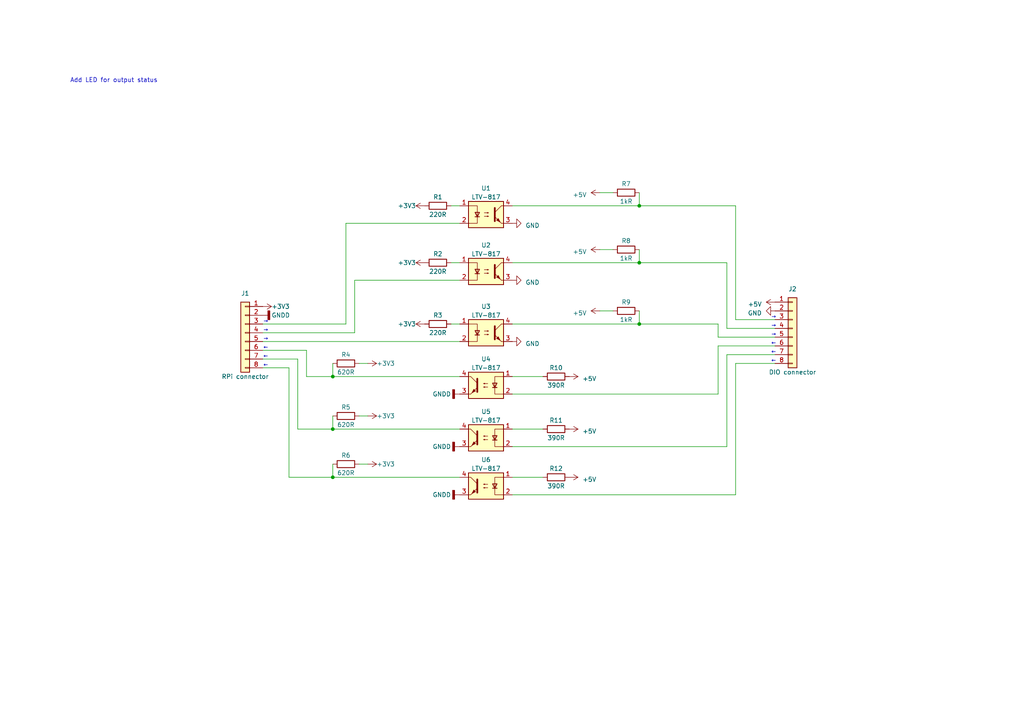
<source format=kicad_sch>
(kicad_sch (version 20230121) (generator eeschema)

  (uuid ec1c3e5d-e1be-4030-9db9-24b79e0e4dfe)

  (paper "A4")

  (lib_symbols
    (symbol "Connector_Generic:Conn_01x08" (pin_names (offset 1.016) hide) (in_bom yes) (on_board yes)
      (property "Reference" "J" (at 0 10.16 0)
        (effects (font (size 1.27 1.27)))
      )
      (property "Value" "Conn_01x08" (at 0 -12.7 0)
        (effects (font (size 1.27 1.27)))
      )
      (property "Footprint" "" (at 0 0 0)
        (effects (font (size 1.27 1.27)) hide)
      )
      (property "Datasheet" "~" (at 0 0 0)
        (effects (font (size 1.27 1.27)) hide)
      )
      (property "ki_keywords" "connector" (at 0 0 0)
        (effects (font (size 1.27 1.27)) hide)
      )
      (property "ki_description" "Generic connector, single row, 01x08, script generated (kicad-library-utils/schlib/autogen/connector/)" (at 0 0 0)
        (effects (font (size 1.27 1.27)) hide)
      )
      (property "ki_fp_filters" "Connector*:*_1x??_*" (at 0 0 0)
        (effects (font (size 1.27 1.27)) hide)
      )
      (symbol "Conn_01x08_1_1"
        (rectangle (start -1.27 -10.033) (end 0 -10.287)
          (stroke (width 0.1524) (type default))
          (fill (type none))
        )
        (rectangle (start -1.27 -7.493) (end 0 -7.747)
          (stroke (width 0.1524) (type default))
          (fill (type none))
        )
        (rectangle (start -1.27 -4.953) (end 0 -5.207)
          (stroke (width 0.1524) (type default))
          (fill (type none))
        )
        (rectangle (start -1.27 -2.413) (end 0 -2.667)
          (stroke (width 0.1524) (type default))
          (fill (type none))
        )
        (rectangle (start -1.27 0.127) (end 0 -0.127)
          (stroke (width 0.1524) (type default))
          (fill (type none))
        )
        (rectangle (start -1.27 2.667) (end 0 2.413)
          (stroke (width 0.1524) (type default))
          (fill (type none))
        )
        (rectangle (start -1.27 5.207) (end 0 4.953)
          (stroke (width 0.1524) (type default))
          (fill (type none))
        )
        (rectangle (start -1.27 7.747) (end 0 7.493)
          (stroke (width 0.1524) (type default))
          (fill (type none))
        )
        (rectangle (start -1.27 8.89) (end 1.27 -11.43)
          (stroke (width 0.254) (type default))
          (fill (type background))
        )
        (pin passive line (at -5.08 7.62 0) (length 3.81)
          (name "Pin_1" (effects (font (size 1.27 1.27))))
          (number "1" (effects (font (size 1.27 1.27))))
        )
        (pin passive line (at -5.08 5.08 0) (length 3.81)
          (name "Pin_2" (effects (font (size 1.27 1.27))))
          (number "2" (effects (font (size 1.27 1.27))))
        )
        (pin passive line (at -5.08 2.54 0) (length 3.81)
          (name "Pin_3" (effects (font (size 1.27 1.27))))
          (number "3" (effects (font (size 1.27 1.27))))
        )
        (pin passive line (at -5.08 0 0) (length 3.81)
          (name "Pin_4" (effects (font (size 1.27 1.27))))
          (number "4" (effects (font (size 1.27 1.27))))
        )
        (pin passive line (at -5.08 -2.54 0) (length 3.81)
          (name "Pin_5" (effects (font (size 1.27 1.27))))
          (number "5" (effects (font (size 1.27 1.27))))
        )
        (pin passive line (at -5.08 -5.08 0) (length 3.81)
          (name "Pin_6" (effects (font (size 1.27 1.27))))
          (number "6" (effects (font (size 1.27 1.27))))
        )
        (pin passive line (at -5.08 -7.62 0) (length 3.81)
          (name "Pin_7" (effects (font (size 1.27 1.27))))
          (number "7" (effects (font (size 1.27 1.27))))
        )
        (pin passive line (at -5.08 -10.16 0) (length 3.81)
          (name "Pin_8" (effects (font (size 1.27 1.27))))
          (number "8" (effects (font (size 1.27 1.27))))
        )
      )
    )
    (symbol "Device:R" (pin_numbers hide) (pin_names (offset 0)) (in_bom yes) (on_board yes)
      (property "Reference" "R" (at 2.032 0 90)
        (effects (font (size 1.27 1.27)))
      )
      (property "Value" "R" (at 0 0 90)
        (effects (font (size 1.27 1.27)))
      )
      (property "Footprint" "" (at -1.778 0 90)
        (effects (font (size 1.27 1.27)) hide)
      )
      (property "Datasheet" "~" (at 0 0 0)
        (effects (font (size 1.27 1.27)) hide)
      )
      (property "ki_keywords" "R res resistor" (at 0 0 0)
        (effects (font (size 1.27 1.27)) hide)
      )
      (property "ki_description" "Resistor" (at 0 0 0)
        (effects (font (size 1.27 1.27)) hide)
      )
      (property "ki_fp_filters" "R_*" (at 0 0 0)
        (effects (font (size 1.27 1.27)) hide)
      )
      (symbol "R_0_1"
        (rectangle (start -1.016 -2.54) (end 1.016 2.54)
          (stroke (width 0.254) (type default))
          (fill (type none))
        )
      )
      (symbol "R_1_1"
        (pin passive line (at 0 3.81 270) (length 1.27)
          (name "~" (effects (font (size 1.27 1.27))))
          (number "1" (effects (font (size 1.27 1.27))))
        )
        (pin passive line (at 0 -3.81 90) (length 1.27)
          (name "~" (effects (font (size 1.27 1.27))))
          (number "2" (effects (font (size 1.27 1.27))))
        )
      )
    )
    (symbol "Isolator:LTV-817" (pin_names (offset 1.016)) (in_bom yes) (on_board yes)
      (property "Reference" "U" (at -5.08 5.08 0)
        (effects (font (size 1.27 1.27)) (justify left))
      )
      (property "Value" "LTV-817" (at 0 5.08 0)
        (effects (font (size 1.27 1.27)) (justify left))
      )
      (property "Footprint" "Package_DIP:DIP-4_W7.62mm" (at -5.08 -5.08 0)
        (effects (font (size 1.27 1.27) italic) (justify left) hide)
      )
      (property "Datasheet" "http://www.us.liteon.com/downloads/LTV-817-827-847.PDF" (at 0 -2.54 0)
        (effects (font (size 1.27 1.27)) (justify left) hide)
      )
      (property "ki_keywords" "NPN DC Optocoupler" (at 0 0 0)
        (effects (font (size 1.27 1.27)) hide)
      )
      (property "ki_description" "DC Optocoupler, Vce 35V, CTR 50%, DIP-4" (at 0 0 0)
        (effects (font (size 1.27 1.27)) hide)
      )
      (property "ki_fp_filters" "DIP*W7.62mm*" (at 0 0 0)
        (effects (font (size 1.27 1.27)) hide)
      )
      (symbol "LTV-817_0_1"
        (rectangle (start -5.08 3.81) (end 5.08 -3.81)
          (stroke (width 0.254) (type default))
          (fill (type background))
        )
        (polyline
          (pts
            (xy -3.175 -0.635)
            (xy -1.905 -0.635)
          )
          (stroke (width 0.254) (type default))
          (fill (type none))
        )
        (polyline
          (pts
            (xy 2.54 0.635)
            (xy 4.445 2.54)
          )
          (stroke (width 0) (type default))
          (fill (type none))
        )
        (polyline
          (pts
            (xy 4.445 -2.54)
            (xy 2.54 -0.635)
          )
          (stroke (width 0) (type default))
          (fill (type outline))
        )
        (polyline
          (pts
            (xy 4.445 -2.54)
            (xy 5.08 -2.54)
          )
          (stroke (width 0) (type default))
          (fill (type none))
        )
        (polyline
          (pts
            (xy 4.445 2.54)
            (xy 5.08 2.54)
          )
          (stroke (width 0) (type default))
          (fill (type none))
        )
        (polyline
          (pts
            (xy -5.08 2.54)
            (xy -2.54 2.54)
            (xy -2.54 -0.762)
          )
          (stroke (width 0) (type default))
          (fill (type none))
        )
        (polyline
          (pts
            (xy -2.54 -0.635)
            (xy -2.54 -2.54)
            (xy -5.08 -2.54)
          )
          (stroke (width 0) (type default))
          (fill (type none))
        )
        (polyline
          (pts
            (xy 2.54 1.905)
            (xy 2.54 -1.905)
            (xy 2.54 -1.905)
          )
          (stroke (width 0.508) (type default))
          (fill (type none))
        )
        (polyline
          (pts
            (xy -2.54 -0.635)
            (xy -3.175 0.635)
            (xy -1.905 0.635)
            (xy -2.54 -0.635)
          )
          (stroke (width 0.254) (type default))
          (fill (type none))
        )
        (polyline
          (pts
            (xy -0.508 -0.508)
            (xy 0.762 -0.508)
            (xy 0.381 -0.635)
            (xy 0.381 -0.381)
            (xy 0.762 -0.508)
          )
          (stroke (width 0) (type default))
          (fill (type none))
        )
        (polyline
          (pts
            (xy -0.508 0.508)
            (xy 0.762 0.508)
            (xy 0.381 0.381)
            (xy 0.381 0.635)
            (xy 0.762 0.508)
          )
          (stroke (width 0) (type default))
          (fill (type none))
        )
        (polyline
          (pts
            (xy 3.048 -1.651)
            (xy 3.556 -1.143)
            (xy 4.064 -2.159)
            (xy 3.048 -1.651)
            (xy 3.048 -1.651)
          )
          (stroke (width 0) (type default))
          (fill (type outline))
        )
      )
      (symbol "LTV-817_1_1"
        (pin passive line (at -7.62 2.54 0) (length 2.54)
          (name "~" (effects (font (size 1.27 1.27))))
          (number "1" (effects (font (size 1.27 1.27))))
        )
        (pin passive line (at -7.62 -2.54 0) (length 2.54)
          (name "~" (effects (font (size 1.27 1.27))))
          (number "2" (effects (font (size 1.27 1.27))))
        )
        (pin passive line (at 7.62 -2.54 180) (length 2.54)
          (name "~" (effects (font (size 1.27 1.27))))
          (number "3" (effects (font (size 1.27 1.27))))
        )
        (pin passive line (at 7.62 2.54 180) (length 2.54)
          (name "~" (effects (font (size 1.27 1.27))))
          (number "4" (effects (font (size 1.27 1.27))))
        )
      )
    )
    (symbol "power:+3V3" (power) (pin_names (offset 0)) (in_bom yes) (on_board yes)
      (property "Reference" "#PWR" (at 0 -3.81 0)
        (effects (font (size 1.27 1.27)) hide)
      )
      (property "Value" "+3V3" (at 0 3.556 0)
        (effects (font (size 1.27 1.27)))
      )
      (property "Footprint" "" (at 0 0 0)
        (effects (font (size 1.27 1.27)) hide)
      )
      (property "Datasheet" "" (at 0 0 0)
        (effects (font (size 1.27 1.27)) hide)
      )
      (property "ki_keywords" "global power" (at 0 0 0)
        (effects (font (size 1.27 1.27)) hide)
      )
      (property "ki_description" "Power symbol creates a global label with name \"+3V3\"" (at 0 0 0)
        (effects (font (size 1.27 1.27)) hide)
      )
      (symbol "+3V3_0_1"
        (polyline
          (pts
            (xy -0.762 1.27)
            (xy 0 2.54)
          )
          (stroke (width 0) (type default))
          (fill (type none))
        )
        (polyline
          (pts
            (xy 0 0)
            (xy 0 2.54)
          )
          (stroke (width 0) (type default))
          (fill (type none))
        )
        (polyline
          (pts
            (xy 0 2.54)
            (xy 0.762 1.27)
          )
          (stroke (width 0) (type default))
          (fill (type none))
        )
      )
      (symbol "+3V3_1_1"
        (pin power_in line (at 0 0 90) (length 0) hide
          (name "+3V3" (effects (font (size 1.27 1.27))))
          (number "1" (effects (font (size 1.27 1.27))))
        )
      )
    )
    (symbol "power:+5V" (power) (pin_names (offset 0)) (in_bom yes) (on_board yes)
      (property "Reference" "#PWR" (at 0 -3.81 0)
        (effects (font (size 1.27 1.27)) hide)
      )
      (property "Value" "+5V" (at 0 3.556 0)
        (effects (font (size 1.27 1.27)))
      )
      (property "Footprint" "" (at 0 0 0)
        (effects (font (size 1.27 1.27)) hide)
      )
      (property "Datasheet" "" (at 0 0 0)
        (effects (font (size 1.27 1.27)) hide)
      )
      (property "ki_keywords" "global power" (at 0 0 0)
        (effects (font (size 1.27 1.27)) hide)
      )
      (property "ki_description" "Power symbol creates a global label with name \"+5V\"" (at 0 0 0)
        (effects (font (size 1.27 1.27)) hide)
      )
      (symbol "+5V_0_1"
        (polyline
          (pts
            (xy -0.762 1.27)
            (xy 0 2.54)
          )
          (stroke (width 0) (type default))
          (fill (type none))
        )
        (polyline
          (pts
            (xy 0 0)
            (xy 0 2.54)
          )
          (stroke (width 0) (type default))
          (fill (type none))
        )
        (polyline
          (pts
            (xy 0 2.54)
            (xy 0.762 1.27)
          )
          (stroke (width 0) (type default))
          (fill (type none))
        )
      )
      (symbol "+5V_1_1"
        (pin power_in line (at 0 0 90) (length 0) hide
          (name "+5V" (effects (font (size 1.27 1.27))))
          (number "1" (effects (font (size 1.27 1.27))))
        )
      )
    )
    (symbol "power:GND" (power) (pin_names (offset 0)) (in_bom yes) (on_board yes)
      (property "Reference" "#PWR" (at 0 -6.35 0)
        (effects (font (size 1.27 1.27)) hide)
      )
      (property "Value" "GND" (at 0 -3.81 0)
        (effects (font (size 1.27 1.27)))
      )
      (property "Footprint" "" (at 0 0 0)
        (effects (font (size 1.27 1.27)) hide)
      )
      (property "Datasheet" "" (at 0 0 0)
        (effects (font (size 1.27 1.27)) hide)
      )
      (property "ki_keywords" "global power" (at 0 0 0)
        (effects (font (size 1.27 1.27)) hide)
      )
      (property "ki_description" "Power symbol creates a global label with name \"GND\" , ground" (at 0 0 0)
        (effects (font (size 1.27 1.27)) hide)
      )
      (symbol "GND_0_1"
        (polyline
          (pts
            (xy 0 0)
            (xy 0 -1.27)
            (xy 1.27 -1.27)
            (xy 0 -2.54)
            (xy -1.27 -1.27)
            (xy 0 -1.27)
          )
          (stroke (width 0) (type default))
          (fill (type none))
        )
      )
      (symbol "GND_1_1"
        (pin power_in line (at 0 0 270) (length 0) hide
          (name "GND" (effects (font (size 1.27 1.27))))
          (number "1" (effects (font (size 1.27 1.27))))
        )
      )
    )
    (symbol "power:GNDD" (power) (pin_names (offset 0)) (in_bom yes) (on_board yes)
      (property "Reference" "#PWR" (at 0 -6.35 0)
        (effects (font (size 1.27 1.27)) hide)
      )
      (property "Value" "GNDD" (at 0 -3.175 0)
        (effects (font (size 1.27 1.27)))
      )
      (property "Footprint" "" (at 0 0 0)
        (effects (font (size 1.27 1.27)) hide)
      )
      (property "Datasheet" "" (at 0 0 0)
        (effects (font (size 1.27 1.27)) hide)
      )
      (property "ki_keywords" "global power" (at 0 0 0)
        (effects (font (size 1.27 1.27)) hide)
      )
      (property "ki_description" "Power symbol creates a global label with name \"GNDD\" , digital ground" (at 0 0 0)
        (effects (font (size 1.27 1.27)) hide)
      )
      (symbol "GNDD_0_1"
        (rectangle (start -1.27 -1.524) (end 1.27 -2.032)
          (stroke (width 0.254) (type default))
          (fill (type outline))
        )
        (polyline
          (pts
            (xy 0 0)
            (xy 0 -1.524)
          )
          (stroke (width 0) (type default))
          (fill (type none))
        )
      )
      (symbol "GNDD_1_1"
        (pin power_in line (at 0 0 270) (length 0) hide
          (name "GNDD" (effects (font (size 1.27 1.27))))
          (number "1" (effects (font (size 1.27 1.27))))
        )
      )
    )
  )

  (junction (at 185.42 59.69) (diameter 0) (color 0 0 0 0)
    (uuid 24dcd565-d5c4-4312-afa5-77efbf6cf816)
  )
  (junction (at 96.52 124.46) (diameter 0) (color 0 0 0 0)
    (uuid 77a7b746-f635-4a95-a515-b13f76194dda)
  )
  (junction (at 96.52 138.43) (diameter 0) (color 0 0 0 0)
    (uuid 89fab874-a3e9-4707-9a85-480645e48a56)
  )
  (junction (at 96.52 109.22) (diameter 0) (color 0 0 0 0)
    (uuid ae736756-de45-47d8-bf3d-6a1e7359b46d)
  )
  (junction (at 185.42 76.2) (diameter 0) (color 0 0 0 0)
    (uuid ca0188eb-bff4-48c3-9a48-1f0b8ef97da0)
  )
  (junction (at 185.42 93.98) (diameter 0) (color 0 0 0 0)
    (uuid d35e798c-e4f1-428a-8718-56a89d17ab87)
  )

  (wire (pts (xy 96.52 109.22) (xy 133.35 109.22))
    (stroke (width 0) (type default))
    (uuid 02d236c7-e773-42ee-88c9-6724198954cc)
  )
  (wire (pts (xy 148.59 124.46) (xy 157.48 124.46))
    (stroke (width 0) (type default))
    (uuid 0706a278-d5a9-4044-b943-605599a4808e)
  )
  (wire (pts (xy 83.82 106.68) (xy 83.82 138.43))
    (stroke (width 0) (type default))
    (uuid 0b071c99-5456-4c55-a5a2-f8e313ca9737)
  )
  (wire (pts (xy 173.99 90.17) (xy 177.8 90.17))
    (stroke (width 0) (type default))
    (uuid 141f5d96-f9a1-4d04-9fa0-aac7387006eb)
  )
  (wire (pts (xy 185.42 76.2) (xy 210.82 76.2))
    (stroke (width 0) (type default))
    (uuid 14b52ee3-095c-43d0-97c6-52f7065cbcf5)
  )
  (wire (pts (xy 88.9 109.22) (xy 96.52 109.22))
    (stroke (width 0) (type default))
    (uuid 154edcd1-566e-4324-aa36-0c63212d51f2)
  )
  (wire (pts (xy 104.14 134.62) (xy 106.68 134.62))
    (stroke (width 0) (type default))
    (uuid 1d336ea9-20e2-4b6d-98d7-af77e9af2e8b)
  )
  (wire (pts (xy 148.59 114.3) (xy 208.28 114.3))
    (stroke (width 0) (type default))
    (uuid 1fedfa12-7bf5-4e41-823b-3166f802842d)
  )
  (wire (pts (xy 100.33 93.98) (xy 100.33 64.77))
    (stroke (width 0) (type default))
    (uuid 2078b038-3c05-4c8b-90bf-18f9ea5a0475)
  )
  (wire (pts (xy 104.14 120.65) (xy 106.68 120.65))
    (stroke (width 0) (type default))
    (uuid 2b553d32-d1bf-4877-9310-45dbdab10aaf)
  )
  (wire (pts (xy 148.59 138.43) (xy 157.48 138.43))
    (stroke (width 0) (type default))
    (uuid 31893b16-1875-4d9f-894e-b62547fbd36c)
  )
  (wire (pts (xy 148.59 143.51) (xy 213.36 143.51))
    (stroke (width 0) (type default))
    (uuid 3604ba86-0fdd-4d3d-b598-64eb393c26b4)
  )
  (wire (pts (xy 104.14 105.41) (xy 106.68 105.41))
    (stroke (width 0) (type default))
    (uuid 36b3cbc7-9803-4b0b-b1de-8c0f4d5f2cda)
  )
  (wire (pts (xy 130.81 93.98) (xy 133.35 93.98))
    (stroke (width 0) (type default))
    (uuid 36c6b68c-3585-446d-ab18-f96d724bca11)
  )
  (wire (pts (xy 88.9 101.6) (xy 88.9 109.22))
    (stroke (width 0) (type default))
    (uuid 3704c344-e219-418c-8222-a525efba1fef)
  )
  (wire (pts (xy 130.81 59.69) (xy 133.35 59.69))
    (stroke (width 0) (type default))
    (uuid 3d667980-546f-487c-979b-ed2856908bdf)
  )
  (wire (pts (xy 185.42 72.39) (xy 185.42 76.2))
    (stroke (width 0) (type default))
    (uuid 41488e8b-fe89-4e92-8964-99f21c714916)
  )
  (wire (pts (xy 210.82 102.87) (xy 210.82 129.54))
    (stroke (width 0) (type default))
    (uuid 41c96259-491a-4cc3-bd6e-d7f711853bd1)
  )
  (wire (pts (xy 86.36 104.14) (xy 86.36 124.46))
    (stroke (width 0) (type default))
    (uuid 4b2334d7-ac6e-4a34-9f97-02f944a39698)
  )
  (wire (pts (xy 148.59 76.2) (xy 185.42 76.2))
    (stroke (width 0) (type default))
    (uuid 4bd746f1-1a6f-437f-814b-dc4fe391026a)
  )
  (wire (pts (xy 96.52 120.65) (xy 96.52 124.46))
    (stroke (width 0) (type default))
    (uuid 4c54f907-6274-4ed1-97be-92118d96fd48)
  )
  (wire (pts (xy 208.28 97.79) (xy 208.28 93.98))
    (stroke (width 0) (type default))
    (uuid 540bd750-a968-4176-ba16-9f7d62be4746)
  )
  (wire (pts (xy 210.82 95.25) (xy 224.79 95.25))
    (stroke (width 0) (type default))
    (uuid 5bca6640-eebe-469a-8927-a30a2b2cc1d6)
  )
  (wire (pts (xy 148.59 109.22) (xy 157.48 109.22))
    (stroke (width 0) (type default))
    (uuid 5cb8ff7a-fdfa-4e4d-9089-e9393b0be73c)
  )
  (wire (pts (xy 76.2 106.68) (xy 83.82 106.68))
    (stroke (width 0) (type default))
    (uuid 6298aeae-bc9b-448f-9059-4a8174d58929)
  )
  (wire (pts (xy 96.52 105.41) (xy 96.52 109.22))
    (stroke (width 0) (type default))
    (uuid 64ef8d09-c964-4a3d-93cf-0919385d24db)
  )
  (wire (pts (xy 83.82 138.43) (xy 96.52 138.43))
    (stroke (width 0) (type default))
    (uuid 6ba9dd04-2d94-403c-8410-67b9884c458a)
  )
  (wire (pts (xy 100.33 64.77) (xy 133.35 64.77))
    (stroke (width 0) (type default))
    (uuid 742d1eec-071b-4cd3-8514-37ab4d7c28b9)
  )
  (wire (pts (xy 208.28 100.33) (xy 208.28 114.3))
    (stroke (width 0) (type default))
    (uuid 74368303-8567-492f-8e99-50a4502b51b1)
  )
  (wire (pts (xy 173.99 55.88) (xy 177.8 55.88))
    (stroke (width 0) (type default))
    (uuid 787fd338-7ba7-4c70-b8cc-aaeefc65c8e6)
  )
  (wire (pts (xy 76.2 104.14) (xy 86.36 104.14))
    (stroke (width 0) (type default))
    (uuid 8630dfd9-6477-40da-891f-f5136db2b00b)
  )
  (wire (pts (xy 185.42 59.69) (xy 213.36 59.69))
    (stroke (width 0) (type default))
    (uuid 86ff5a69-e2ba-4075-a089-c19269d4b38d)
  )
  (wire (pts (xy 213.36 105.41) (xy 224.79 105.41))
    (stroke (width 0) (type default))
    (uuid 87a31c9d-1523-4aab-8ccb-9da9a93755eb)
  )
  (wire (pts (xy 213.36 105.41) (xy 213.36 143.51))
    (stroke (width 0) (type default))
    (uuid 89226d37-04b9-4256-8674-0ed92f80c624)
  )
  (wire (pts (xy 148.59 129.54) (xy 210.82 129.54))
    (stroke (width 0) (type default))
    (uuid 90b50e9e-88db-4cf1-aa60-a3d53484776b)
  )
  (wire (pts (xy 76.2 93.98) (xy 100.33 93.98))
    (stroke (width 0) (type default))
    (uuid 91ee449b-46bb-41b8-a6ac-09cde6aef399)
  )
  (wire (pts (xy 102.87 96.52) (xy 76.2 96.52))
    (stroke (width 0) (type default))
    (uuid 933a6e4e-5ac4-402f-a6c5-a4b067521b82)
  )
  (wire (pts (xy 96.52 124.46) (xy 133.35 124.46))
    (stroke (width 0) (type default))
    (uuid 986668c9-0623-45d1-8da8-08d242c9e468)
  )
  (wire (pts (xy 148.59 93.98) (xy 185.42 93.98))
    (stroke (width 0) (type default))
    (uuid a713705c-3a0e-4220-8f09-e9b5eb35dc5c)
  )
  (wire (pts (xy 210.82 76.2) (xy 210.82 95.25))
    (stroke (width 0) (type default))
    (uuid a9b36eed-4f91-4bde-8731-4900b0dad349)
  )
  (wire (pts (xy 185.42 93.98) (xy 208.28 93.98))
    (stroke (width 0) (type default))
    (uuid afadd347-b6e2-48ff-a076-fd9d06482465)
  )
  (wire (pts (xy 96.52 134.62) (xy 96.52 138.43))
    (stroke (width 0) (type default))
    (uuid b0d9d4ad-e0b0-4731-8b3f-b84774193760)
  )
  (wire (pts (xy 76.2 101.6) (xy 88.9 101.6))
    (stroke (width 0) (type default))
    (uuid b1740613-a7b5-487b-a4b4-1fc0c1d92579)
  )
  (wire (pts (xy 133.35 81.28) (xy 102.87 81.28))
    (stroke (width 0) (type default))
    (uuid b860ee89-b384-4f4c-9243-1a5f6e89ae5c)
  )
  (wire (pts (xy 76.2 99.06) (xy 133.35 99.06))
    (stroke (width 0) (type default))
    (uuid c94307a3-6795-4f8e-9490-d89e2bbe3510)
  )
  (wire (pts (xy 224.79 100.33) (xy 208.28 100.33))
    (stroke (width 0) (type default))
    (uuid cb5d23c0-050d-49d0-b4f2-39a85ae7491d)
  )
  (wire (pts (xy 86.36 124.46) (xy 96.52 124.46))
    (stroke (width 0) (type default))
    (uuid cdbdac2c-bd75-439f-ae16-ccea9a4f069b)
  )
  (wire (pts (xy 213.36 59.69) (xy 213.36 92.71))
    (stroke (width 0) (type default))
    (uuid d0a9b762-aebe-4502-8237-502bef90f9c7)
  )
  (wire (pts (xy 102.87 81.28) (xy 102.87 96.52))
    (stroke (width 0) (type default))
    (uuid dc6a1e2e-47ed-446f-b754-fa973f164e93)
  )
  (wire (pts (xy 208.28 97.79) (xy 224.79 97.79))
    (stroke (width 0) (type default))
    (uuid ddc37766-bba0-45a2-9338-a6e90542dab7)
  )
  (wire (pts (xy 185.42 90.17) (xy 185.42 93.98))
    (stroke (width 0) (type default))
    (uuid e0b9a2e2-fb32-454c-8310-ad8445421b71)
  )
  (wire (pts (xy 224.79 102.87) (xy 210.82 102.87))
    (stroke (width 0) (type default))
    (uuid e4a700de-eb35-4f0b-b851-026ccff47475)
  )
  (wire (pts (xy 96.52 138.43) (xy 133.35 138.43))
    (stroke (width 0) (type default))
    (uuid eda4ec62-1cc1-4521-8acc-ce897101f14f)
  )
  (wire (pts (xy 185.42 55.88) (xy 185.42 59.69))
    (stroke (width 0) (type default))
    (uuid ef52b87d-21d6-44b9-b071-7995d50633f5)
  )
  (wire (pts (xy 130.81 76.2) (xy 133.35 76.2))
    (stroke (width 0) (type default))
    (uuid f34cdbd3-2772-4a39-ac36-de10a080e4bc)
  )
  (wire (pts (xy 173.99 72.39) (xy 177.8 72.39))
    (stroke (width 0) (type default))
    (uuid f6b16da8-078f-43ee-bdcc-d0f873602369)
  )
  (wire (pts (xy 213.36 92.71) (xy 224.79 92.71))
    (stroke (width 0) (type default))
    (uuid fd98fdfd-650d-454d-8943-d8447aa376f1)
  )
  (wire (pts (xy 148.59 59.69) (xy 185.42 59.69))
    (stroke (width 0) (type default))
    (uuid ff839681-4007-4e36-8102-a822a48b6083)
  )

  (text "←" (at 223.52 100.33 0)
    (effects (font (size 1.27 1.27)) (justify left bottom))
    (uuid 2582a153-9d84-4b0c-b960-3b718b04832d)
  )
  (text "Add LED for output status" (at 20.32 24.13 0)
    (effects (font (size 1.27 1.27)) (justify left bottom))
    (uuid 2df26a46-3db7-4564-8bf3-f165a5a49cdc)
  )
  (text "←" (at 223.52 105.41 0)
    (effects (font (size 1.27 1.27)) (justify left bottom))
    (uuid 49ed3a1e-8980-419d-9503-97d4a7985736)
  )
  (text "→" (at 76.2 99.06 0)
    (effects (font (size 1.27 1.27)) (justify left bottom))
    (uuid 6b2a1f91-81b8-47a7-9615-3348045c596b)
  )
  (text "←" (at 76.2 101.6 0)
    (effects (font (size 1.27 1.27)) (justify left bottom))
    (uuid 785de55d-e072-4b3a-a100-268bf0a2b26a)
  )
  (text "→" (at 223.52 95.25 0)
    (effects (font (size 1.27 1.27)) (justify left bottom))
    (uuid 78f3b502-a427-4255-9f36-741dde7486a0)
  )
  (text "←" (at 223.52 102.87 0)
    (effects (font (size 1.27 1.27)) (justify left bottom))
    (uuid 993d3e30-1e19-4e52-9209-46b57f7e9827)
  )
  (text "→" (at 223.52 97.79 0)
    (effects (font (size 1.27 1.27)) (justify left bottom))
    (uuid a0ee0c40-8a14-4c26-b5d5-3c925e5fed33)
  )
  (text "→" (at 76.2 93.98 0)
    (effects (font (size 1.27 1.27)) (justify left bottom))
    (uuid a1dbcdc3-f344-4ec8-bfed-c5dde4b0ee6e)
  )
  (text "←" (at 76.2 106.68 0)
    (effects (font (size 1.27 1.27)) (justify left bottom))
    (uuid b98da073-2f75-4dba-8bda-05cf972433ab)
  )
  (text "→" (at 223.52 92.71 0)
    (effects (font (size 1.27 1.27)) (justify left bottom))
    (uuid bee13024-73e1-4813-a476-41536f6a30ae)
  )
  (text "→" (at 76.2 96.52 0)
    (effects (font (size 1.27 1.27)) (justify left bottom))
    (uuid c80ece19-92b5-4573-b44f-38577de7e78c)
  )
  (text "←" (at 76.2 104.14 0)
    (effects (font (size 1.27 1.27)) (justify left bottom))
    (uuid f27c606e-ec0d-49c5-9140-039261e8ceae)
  )

  (symbol (lib_id "power:GND") (at 148.59 81.28 90) (unit 1)
    (in_bom yes) (on_board yes) (dnp no) (fields_autoplaced)
    (uuid 013abe45-8bfd-4d28-ab70-08c095cc789b)
    (property "Reference" "#PWR012" (at 154.94 81.28 0)
      (effects (font (size 1.27 1.27)) hide)
    )
    (property "Value" "GND" (at 152.4 81.915 90)
      (effects (font (size 1.27 1.27)) (justify right))
    )
    (property "Footprint" "" (at 148.59 81.28 0)
      (effects (font (size 1.27 1.27)) hide)
    )
    (property "Datasheet" "" (at 148.59 81.28 0)
      (effects (font (size 1.27 1.27)) hide)
    )
    (pin "1" (uuid afcaf0b3-8ee6-4b1a-9f38-b23634f38d03))
    (instances
      (project "level_shifter"
        (path "/6fddfeea-b9e6-409f-abf1-28266caabd5a"
          (reference "#PWR012") (unit 1)
        )
        (path "/6fddfeea-b9e6-409f-abf1-28266caabd5a/06d5c87a-e601-4a3d-a52d-aef8a8b00da1"
          (reference "#PWR035") (unit 1)
        )
        (path "/6fddfeea-b9e6-409f-abf1-28266caabd5a/ee39cc70-cd5e-44e9-a66a-eac2ae8aca2e"
          (reference "#PWR057") (unit 1)
        )
      )
    )
  )

  (symbol (lib_id "power:GNDD") (at 76.2 91.44 90) (unit 1)
    (in_bom yes) (on_board yes) (dnp no)
    (uuid 1ed4485c-4db2-46f4-ba5a-8fadb554b0ff)
    (property "Reference" "#PWR02" (at 82.55 91.44 0)
      (effects (font (size 1.27 1.27)) hide)
    )
    (property "Value" "GNDD" (at 78.74 91.44 90)
      (effects (font (size 1.27 1.27)) (justify right))
    )
    (property "Footprint" "" (at 76.2 91.44 0)
      (effects (font (size 1.27 1.27)) hide)
    )
    (property "Datasheet" "" (at 76.2 91.44 0)
      (effects (font (size 1.27 1.27)) hide)
    )
    (pin "1" (uuid 4541836f-e436-4cdd-bdb3-6c8782aed2c6))
    (instances
      (project "level_shifter"
        (path "/6fddfeea-b9e6-409f-abf1-28266caabd5a"
          (reference "#PWR02") (unit 1)
        )
        (path "/6fddfeea-b9e6-409f-abf1-28266caabd5a/06d5c87a-e601-4a3d-a52d-aef8a8b00da1"
          (reference "#PWR024") (unit 1)
        )
        (path "/6fddfeea-b9e6-409f-abf1-28266caabd5a/ee39cc70-cd5e-44e9-a66a-eac2ae8aca2e"
          (reference "#PWR046") (unit 1)
        )
      )
    )
  )

  (symbol (lib_id "power:+3V3") (at 123.19 59.69 90) (unit 1)
    (in_bom yes) (on_board yes) (dnp no)
    (uuid 1f8ff0a4-09ff-4f78-9179-c79f7eb0b539)
    (property "Reference" "#PWR01" (at 127 59.69 0)
      (effects (font (size 1.27 1.27)) hide)
    )
    (property "Value" "+3V3" (at 120.65 59.69 90)
      (effects (font (size 1.27 1.27)) (justify left))
    )
    (property "Footprint" "" (at 123.19 59.69 0)
      (effects (font (size 1.27 1.27)) hide)
    )
    (property "Datasheet" "" (at 123.19 59.69 0)
      (effects (font (size 1.27 1.27)) hide)
    )
    (pin "1" (uuid af55ef11-fd78-472b-8c9a-4b4c624b38b3))
    (instances
      (project "level_shifter"
        (path "/6fddfeea-b9e6-409f-abf1-28266caabd5a"
          (reference "#PWR01") (unit 1)
        )
        (path "/6fddfeea-b9e6-409f-abf1-28266caabd5a/06d5c87a-e601-4a3d-a52d-aef8a8b00da1"
          (reference "#PWR030") (unit 1)
        )
        (path "/6fddfeea-b9e6-409f-abf1-28266caabd5a/ee39cc70-cd5e-44e9-a66a-eac2ae8aca2e"
          (reference "#PWR050") (unit 1)
        )
      )
    )
  )

  (symbol (lib_id "power:+5V") (at 165.1 138.43 270) (unit 1)
    (in_bom yes) (on_board yes) (dnp no) (fields_autoplaced)
    (uuid 27df3bc8-288a-4617-9a27-b7056a78894e)
    (property "Reference" "#PWR022" (at 161.29 138.43 0)
      (effects (font (size 1.27 1.27)) hide)
    )
    (property "Value" "+5V" (at 168.91 139.065 90)
      (effects (font (size 1.27 1.27)) (justify left))
    )
    (property "Footprint" "" (at 165.1 138.43 0)
      (effects (font (size 1.27 1.27)) hide)
    )
    (property "Datasheet" "" (at 165.1 138.43 0)
      (effects (font (size 1.27 1.27)) hide)
    )
    (pin "1" (uuid 18378115-5169-49aa-8497-40652987e4c3))
    (instances
      (project "level_shifter"
        (path "/6fddfeea-b9e6-409f-abf1-28266caabd5a"
          (reference "#PWR022") (unit 1)
        )
        (path "/6fddfeea-b9e6-409f-abf1-28266caabd5a/06d5c87a-e601-4a3d-a52d-aef8a8b00da1"
          (reference "#PWR039") (unit 1)
        )
        (path "/6fddfeea-b9e6-409f-abf1-28266caabd5a/ee39cc70-cd5e-44e9-a66a-eac2ae8aca2e"
          (reference "#PWR061") (unit 1)
        )
      )
    )
  )

  (symbol (lib_id "Device:R") (at 127 59.69 90) (unit 1)
    (in_bom yes) (on_board yes) (dnp no)
    (uuid 3277437d-b2c0-4276-972c-85d06b118075)
    (property "Reference" "R1" (at 127 57.15 90)
      (effects (font (size 1.27 1.27)))
    )
    (property "Value" "220R" (at 127 62.23 90)
      (effects (font (size 1.27 1.27)))
    )
    (property "Footprint" "Resistor_THT:R_Axial_DIN0207_L6.3mm_D2.5mm_P10.16mm_Horizontal" (at 127 61.468 90)
      (effects (font (size 1.27 1.27)) hide)
    )
    (property "Datasheet" "~" (at 127 59.69 0)
      (effects (font (size 1.27 1.27)) hide)
    )
    (pin "1" (uuid 14916b6d-5aee-450e-8470-85eac366d6a6))
    (pin "2" (uuid 120d95d2-2c03-4146-b5b0-3c7ab1896594))
    (instances
      (project "level_shifter"
        (path "/6fddfeea-b9e6-409f-abf1-28266caabd5a"
          (reference "R1") (unit 1)
        )
        (path "/6fddfeea-b9e6-409f-abf1-28266caabd5a/06d5c87a-e601-4a3d-a52d-aef8a8b00da1"
          (reference "R16") (unit 1)
        )
        (path "/6fddfeea-b9e6-409f-abf1-28266caabd5a/ee39cc70-cd5e-44e9-a66a-eac2ae8aca2e"
          (reference "R28") (unit 1)
        )
      )
    )
  )

  (symbol (lib_id "power:+5V") (at 165.1 109.22 270) (unit 1)
    (in_bom yes) (on_board yes) (dnp no) (fields_autoplaced)
    (uuid 377cfb46-f0bd-4be7-af4f-cb0764416b80)
    (property "Reference" "#PWR022" (at 161.29 109.22 0)
      (effects (font (size 1.27 1.27)) hide)
    )
    (property "Value" "+5V" (at 168.91 109.855 90)
      (effects (font (size 1.27 1.27)) (justify left))
    )
    (property "Footprint" "" (at 165.1 109.22 0)
      (effects (font (size 1.27 1.27)) hide)
    )
    (property "Datasheet" "" (at 165.1 109.22 0)
      (effects (font (size 1.27 1.27)) hide)
    )
    (pin "1" (uuid a4e5f91d-ab05-4963-8285-1aeadd3e04bd))
    (instances
      (project "level_shifter"
        (path "/6fddfeea-b9e6-409f-abf1-28266caabd5a"
          (reference "#PWR022") (unit 1)
        )
        (path "/6fddfeea-b9e6-409f-abf1-28266caabd5a/06d5c87a-e601-4a3d-a52d-aef8a8b00da1"
          (reference "#PWR037") (unit 1)
        )
        (path "/6fddfeea-b9e6-409f-abf1-28266caabd5a/ee39cc70-cd5e-44e9-a66a-eac2ae8aca2e"
          (reference "#PWR059") (unit 1)
        )
      )
    )
  )

  (symbol (lib_id "Device:R") (at 100.33 134.62 90) (unit 1)
    (in_bom yes) (on_board yes) (dnp no)
    (uuid 3aad051a-a5af-4ef5-be79-3903e7ab4f63)
    (property "Reference" "R6" (at 100.33 132.08 90)
      (effects (font (size 1.27 1.27)))
    )
    (property "Value" "620R" (at 100.33 137.16 90)
      (effects (font (size 1.27 1.27)))
    )
    (property "Footprint" "Resistor_THT:R_Axial_DIN0207_L6.3mm_D2.5mm_P10.16mm_Horizontal" (at 100.33 136.398 90)
      (effects (font (size 1.27 1.27)) hide)
    )
    (property "Datasheet" "~" (at 100.33 134.62 0)
      (effects (font (size 1.27 1.27)) hide)
    )
    (pin "1" (uuid d0b2db49-dfe9-402d-acef-7f4d001b19bc))
    (pin "2" (uuid 50809b8a-0a3b-4a92-b1c4-7cf83e1aaff4))
    (instances
      (project "level_shifter"
        (path "/6fddfeea-b9e6-409f-abf1-28266caabd5a"
          (reference "R6") (unit 1)
        )
        (path "/6fddfeea-b9e6-409f-abf1-28266caabd5a/06d5c87a-e601-4a3d-a52d-aef8a8b00da1"
          (reference "R15") (unit 1)
        )
        (path "/6fddfeea-b9e6-409f-abf1-28266caabd5a/ee39cc70-cd5e-44e9-a66a-eac2ae8aca2e"
          (reference "R27") (unit 1)
        )
      )
    )
  )

  (symbol (lib_id "power:+5V") (at 173.99 72.39 90) (unit 1)
    (in_bom yes) (on_board yes) (dnp no) (fields_autoplaced)
    (uuid 3d257e39-42e7-44aa-9581-90e88a894bdf)
    (property "Reference" "#PWR021" (at 177.8 72.39 0)
      (effects (font (size 1.27 1.27)) hide)
    )
    (property "Value" "+5V" (at 170.18 73.025 90)
      (effects (font (size 1.27 1.27)) (justify left))
    )
    (property "Footprint" "" (at 173.99 72.39 0)
      (effects (font (size 1.27 1.27)) hide)
    )
    (property "Datasheet" "" (at 173.99 72.39 0)
      (effects (font (size 1.27 1.27)) hide)
    )
    (pin "1" (uuid eea7e065-59d2-42b7-aaed-7af54b645824))
    (instances
      (project "level_shifter"
        (path "/6fddfeea-b9e6-409f-abf1-28266caabd5a"
          (reference "#PWR021") (unit 1)
        )
        (path "/6fddfeea-b9e6-409f-abf1-28266caabd5a/06d5c87a-e601-4a3d-a52d-aef8a8b00da1"
          (reference "#PWR041") (unit 1)
        )
        (path "/6fddfeea-b9e6-409f-abf1-28266caabd5a/ee39cc70-cd5e-44e9-a66a-eac2ae8aca2e"
          (reference "#PWR063") (unit 1)
        )
      )
    )
  )

  (symbol (lib_id "Device:R") (at 161.29 138.43 90) (unit 1)
    (in_bom yes) (on_board yes) (dnp no)
    (uuid 405abaf8-351d-4622-86bc-23563cef9e7e)
    (property "Reference" "R12" (at 161.29 135.89 90)
      (effects (font (size 1.27 1.27)))
    )
    (property "Value" "390R" (at 161.29 140.97 90)
      (effects (font (size 1.27 1.27)))
    )
    (property "Footprint" "Resistor_THT:R_Axial_DIN0207_L6.3mm_D2.5mm_P10.16mm_Horizontal" (at 161.29 140.208 90)
      (effects (font (size 1.27 1.27)) hide)
    )
    (property "Datasheet" "~" (at 161.29 138.43 0)
      (effects (font (size 1.27 1.27)) hide)
    )
    (pin "1" (uuid 15f8012a-8815-4dbf-b4a3-62bde5357a4b))
    (pin "2" (uuid fa94cad5-b141-495e-9d5e-fa3a6541572e))
    (instances
      (project "level_shifter"
        (path "/6fddfeea-b9e6-409f-abf1-28266caabd5a"
          (reference "R12") (unit 1)
        )
        (path "/6fddfeea-b9e6-409f-abf1-28266caabd5a/06d5c87a-e601-4a3d-a52d-aef8a8b00da1"
          (reference "R21") (unit 1)
        )
        (path "/6fddfeea-b9e6-409f-abf1-28266caabd5a/ee39cc70-cd5e-44e9-a66a-eac2ae8aca2e"
          (reference "R33") (unit 1)
        )
      )
    )
  )

  (symbol (lib_id "power:GND") (at 224.79 90.17 270) (unit 1)
    (in_bom yes) (on_board yes) (dnp no) (fields_autoplaced)
    (uuid 4269be42-aed5-461a-9620-e97aa4df6a54)
    (property "Reference" "#PWR010" (at 218.44 90.17 0)
      (effects (font (size 1.27 1.27)) hide)
    )
    (property "Value" "GND" (at 220.98 90.805 90)
      (effects (font (size 1.27 1.27)) (justify right))
    )
    (property "Footprint" "" (at 224.79 90.17 0)
      (effects (font (size 1.27 1.27)) hide)
    )
    (property "Datasheet" "" (at 224.79 90.17 0)
      (effects (font (size 1.27 1.27)) hide)
    )
    (pin "1" (uuid ed484905-c710-4ba3-ab7e-5498e224bc9f))
    (instances
      (project "level_shifter"
        (path "/6fddfeea-b9e6-409f-abf1-28266caabd5a"
          (reference "#PWR010") (unit 1)
        )
        (path "/6fddfeea-b9e6-409f-abf1-28266caabd5a/06d5c87a-e601-4a3d-a52d-aef8a8b00da1"
          (reference "#PWR044") (unit 1)
        )
        (path "/6fddfeea-b9e6-409f-abf1-28266caabd5a/ee39cc70-cd5e-44e9-a66a-eac2ae8aca2e"
          (reference "#PWR066") (unit 1)
        )
      )
    )
  )

  (symbol (lib_id "power:+5V") (at 173.99 90.17 90) (unit 1)
    (in_bom yes) (on_board yes) (dnp no) (fields_autoplaced)
    (uuid 44f39ddd-6a01-4ab0-b7b8-cd7b8d7fe4fb)
    (property "Reference" "#PWR022" (at 177.8 90.17 0)
      (effects (font (size 1.27 1.27)) hide)
    )
    (property "Value" "+5V" (at 170.18 90.805 90)
      (effects (font (size 1.27 1.27)) (justify left))
    )
    (property "Footprint" "" (at 173.99 90.17 0)
      (effects (font (size 1.27 1.27)) hide)
    )
    (property "Datasheet" "" (at 173.99 90.17 0)
      (effects (font (size 1.27 1.27)) hide)
    )
    (pin "1" (uuid 29a3e4eb-cf0e-40cc-8d5e-faadb5fc8844))
    (instances
      (project "level_shifter"
        (path "/6fddfeea-b9e6-409f-abf1-28266caabd5a"
          (reference "#PWR022") (unit 1)
        )
        (path "/6fddfeea-b9e6-409f-abf1-28266caabd5a/06d5c87a-e601-4a3d-a52d-aef8a8b00da1"
          (reference "#PWR042") (unit 1)
        )
        (path "/6fddfeea-b9e6-409f-abf1-28266caabd5a/ee39cc70-cd5e-44e9-a66a-eac2ae8aca2e"
          (reference "#PWR064") (unit 1)
        )
      )
    )
  )

  (symbol (lib_id "power:GNDD") (at 133.35 143.51 270) (unit 1)
    (in_bom yes) (on_board yes) (dnp no)
    (uuid 489d3ad8-0cbb-4957-8718-e0db544efd4d)
    (property "Reference" "#PWR08" (at 127 143.51 0)
      (effects (font (size 1.27 1.27)) hide)
    )
    (property "Value" "GNDD" (at 130.81 143.51 90)
      (effects (font (size 1.27 1.27)) (justify right))
    )
    (property "Footprint" "" (at 133.35 143.51 0)
      (effects (font (size 1.27 1.27)) hide)
    )
    (property "Datasheet" "" (at 133.35 143.51 0)
      (effects (font (size 1.27 1.27)) hide)
    )
    (pin "1" (uuid 23dc63d0-ff7d-422f-bf9a-1901c536e7b2))
    (instances
      (project "level_shifter"
        (path "/6fddfeea-b9e6-409f-abf1-28266caabd5a"
          (reference "#PWR08") (unit 1)
        )
        (path "/6fddfeea-b9e6-409f-abf1-28266caabd5a/06d5c87a-e601-4a3d-a52d-aef8a8b00da1"
          (reference "#PWR033") (unit 1)
        )
        (path "/6fddfeea-b9e6-409f-abf1-28266caabd5a/ee39cc70-cd5e-44e9-a66a-eac2ae8aca2e"
          (reference "#PWR055") (unit 1)
        )
      )
    )
  )

  (symbol (lib_id "Device:R") (at 181.61 72.39 90) (unit 1)
    (in_bom yes) (on_board yes) (dnp no)
    (uuid 55eb597c-a408-4581-ba30-19b51f99e69c)
    (property "Reference" "R8" (at 181.61 69.85 90)
      (effects (font (size 1.27 1.27)))
    )
    (property "Value" "1kR" (at 181.61 74.93 90)
      (effects (font (size 1.27 1.27)))
    )
    (property "Footprint" "Resistor_THT:R_Axial_DIN0207_L6.3mm_D2.5mm_P10.16mm_Horizontal" (at 181.61 74.168 90)
      (effects (font (size 1.27 1.27)) hide)
    )
    (property "Datasheet" "~" (at 181.61 72.39 0)
      (effects (font (size 1.27 1.27)) hide)
    )
    (pin "1" (uuid a2b490b7-6560-40e4-b5c8-52943f771330))
    (pin "2" (uuid 9ee2146e-6aa0-47b2-bb06-50e43f4c74b3))
    (instances
      (project "level_shifter"
        (path "/6fddfeea-b9e6-409f-abf1-28266caabd5a"
          (reference "R8") (unit 1)
        )
        (path "/6fddfeea-b9e6-409f-abf1-28266caabd5a/06d5c87a-e601-4a3d-a52d-aef8a8b00da1"
          (reference "R23") (unit 1)
        )
        (path "/6fddfeea-b9e6-409f-abf1-28266caabd5a/ee39cc70-cd5e-44e9-a66a-eac2ae8aca2e"
          (reference "R35") (unit 1)
        )
      )
    )
  )

  (symbol (lib_id "Device:R") (at 181.61 55.88 90) (unit 1)
    (in_bom yes) (on_board yes) (dnp no)
    (uuid 5968f126-4cff-4176-b43e-6892e70a8a81)
    (property "Reference" "R7" (at 181.61 53.34 90)
      (effects (font (size 1.27 1.27)))
    )
    (property "Value" "1kR" (at 181.61 58.42 90)
      (effects (font (size 1.27 1.27)))
    )
    (property "Footprint" "Resistor_THT:R_Axial_DIN0207_L6.3mm_D2.5mm_P10.16mm_Horizontal" (at 181.61 57.658 90)
      (effects (font (size 1.27 1.27)) hide)
    )
    (property "Datasheet" "~" (at 181.61 55.88 0)
      (effects (font (size 1.27 1.27)) hide)
    )
    (pin "1" (uuid 7c274b3b-d9f5-4df5-99ae-03f0cd234b14))
    (pin "2" (uuid 02a0d8c3-fdf4-44cd-9f8d-7f92ef81e36c))
    (instances
      (project "level_shifter"
        (path "/6fddfeea-b9e6-409f-abf1-28266caabd5a"
          (reference "R7") (unit 1)
        )
        (path "/6fddfeea-b9e6-409f-abf1-28266caabd5a/06d5c87a-e601-4a3d-a52d-aef8a8b00da1"
          (reference "R22") (unit 1)
        )
        (path "/6fddfeea-b9e6-409f-abf1-28266caabd5a/ee39cc70-cd5e-44e9-a66a-eac2ae8aca2e"
          (reference "R34") (unit 1)
        )
      )
    )
  )

  (symbol (lib_id "Device:R") (at 127 93.98 90) (unit 1)
    (in_bom yes) (on_board yes) (dnp no)
    (uuid 59cec82b-edc6-4730-861e-734b59035895)
    (property "Reference" "R3" (at 127 91.44 90)
      (effects (font (size 1.27 1.27)))
    )
    (property "Value" "220R" (at 127 96.52 90)
      (effects (font (size 1.27 1.27)))
    )
    (property "Footprint" "Resistor_THT:R_Axial_DIN0207_L6.3mm_D2.5mm_P10.16mm_Horizontal" (at 127 95.758 90)
      (effects (font (size 1.27 1.27)) hide)
    )
    (property "Datasheet" "~" (at 127 93.98 0)
      (effects (font (size 1.27 1.27)) hide)
    )
    (pin "1" (uuid 933795dc-0ea0-41e7-b3b0-f3f97090f2e1))
    (pin "2" (uuid 67880191-c789-4430-aee9-c8287e2d77f0))
    (instances
      (project "level_shifter"
        (path "/6fddfeea-b9e6-409f-abf1-28266caabd5a"
          (reference "R3") (unit 1)
        )
        (path "/6fddfeea-b9e6-409f-abf1-28266caabd5a/06d5c87a-e601-4a3d-a52d-aef8a8b00da1"
          (reference "R18") (unit 1)
        )
        (path "/6fddfeea-b9e6-409f-abf1-28266caabd5a/ee39cc70-cd5e-44e9-a66a-eac2ae8aca2e"
          (reference "R30") (unit 1)
        )
      )
    )
  )

  (symbol (lib_id "Isolator:LTV-817") (at 140.97 78.74 0) (unit 1)
    (in_bom yes) (on_board yes) (dnp no) (fields_autoplaced)
    (uuid 59d9d3fe-6018-49d3-821e-58567a6bef8d)
    (property "Reference" "U2" (at 140.97 71.12 0)
      (effects (font (size 1.27 1.27)))
    )
    (property "Value" "LTV-817" (at 140.97 73.66 0)
      (effects (font (size 1.27 1.27)))
    )
    (property "Footprint" "Package_DIP:DIP-4_W7.62mm" (at 135.89 83.82 0)
      (effects (font (size 1.27 1.27) italic) (justify left) hide)
    )
    (property "Datasheet" "http://www.us.liteon.com/downloads/LTV-817-827-847.PDF" (at 140.97 81.28 0)
      (effects (font (size 1.27 1.27)) (justify left) hide)
    )
    (pin "1" (uuid 763698ea-5fcf-481c-9d6e-06cb676f5d0b))
    (pin "2" (uuid be76a122-be3c-485d-b2ba-c400451a7668))
    (pin "3" (uuid f4ca226e-481c-4871-9729-4c6acd5c75ab))
    (pin "4" (uuid 195e7604-2312-480d-849b-5acb1001d5da))
    (instances
      (project "level_shifter"
        (path "/6fddfeea-b9e6-409f-abf1-28266caabd5a"
          (reference "U2") (unit 1)
        )
        (path "/6fddfeea-b9e6-409f-abf1-28266caabd5a/06d5c87a-e601-4a3d-a52d-aef8a8b00da1"
          (reference "U8") (unit 1)
        )
        (path "/6fddfeea-b9e6-409f-abf1-28266caabd5a/ee39cc70-cd5e-44e9-a66a-eac2ae8aca2e"
          (reference "U14") (unit 1)
        )
      )
    )
  )

  (symbol (lib_id "Isolator:LTV-817") (at 140.97 140.97 0) (mirror y) (unit 1)
    (in_bom yes) (on_board yes) (dnp no)
    (uuid 5cb22b5a-aae4-42fe-845f-732347a07ff3)
    (property "Reference" "U6" (at 140.97 133.35 0)
      (effects (font (size 1.27 1.27)))
    )
    (property "Value" "LTV-817" (at 140.97 135.89 0)
      (effects (font (size 1.27 1.27)))
    )
    (property "Footprint" "Package_DIP:DIP-4_W7.62mm" (at 146.05 146.05 0)
      (effects (font (size 1.27 1.27) italic) (justify left) hide)
    )
    (property "Datasheet" "http://www.us.liteon.com/downloads/LTV-817-827-847.PDF" (at 140.97 143.51 0)
      (effects (font (size 1.27 1.27)) (justify left) hide)
    )
    (pin "1" (uuid bfb7f680-1bf9-4786-9225-c635ec4dce72))
    (pin "2" (uuid 4ba0c1a1-9765-4479-9227-16d54f33c57c))
    (pin "3" (uuid 2d20e3af-4117-4b28-a12d-7b43713ebf53))
    (pin "4" (uuid 4a66889c-15ae-4721-962f-b3a26db9d667))
    (instances
      (project "level_shifter"
        (path "/6fddfeea-b9e6-409f-abf1-28266caabd5a"
          (reference "U6") (unit 1)
        )
        (path "/6fddfeea-b9e6-409f-abf1-28266caabd5a/06d5c87a-e601-4a3d-a52d-aef8a8b00da1"
          (reference "U12") (unit 1)
        )
        (path "/6fddfeea-b9e6-409f-abf1-28266caabd5a/ee39cc70-cd5e-44e9-a66a-eac2ae8aca2e"
          (reference "U18") (unit 1)
        )
      )
    )
  )

  (symbol (lib_id "Connector_Generic:Conn_01x08") (at 71.12 96.52 0) (mirror y) (unit 1)
    (in_bom yes) (on_board yes) (dnp no)
    (uuid 66ffba8a-a26c-4481-8e09-9f69c340c612)
    (property "Reference" "J1" (at 71.12 85.09 0)
      (effects (font (size 1.27 1.27)))
    )
    (property "Value" "RPi connector" (at 71.12 109.22 0)
      (effects (font (size 1.27 1.27)))
    )
    (property "Footprint" "" (at 71.12 96.52 0)
      (effects (font (size 1.27 1.27)) hide)
    )
    (property "Datasheet" "~" (at 71.12 96.52 0)
      (effects (font (size 1.27 1.27)) hide)
    )
    (pin "1" (uuid e03151ba-1104-4073-a731-3aef006e7d83))
    (pin "2" (uuid c6d41ea6-4bae-4e51-be68-7b12618ffaf3))
    (pin "3" (uuid 085ec132-9fbd-4742-ba3e-c098532bdf4a))
    (pin "4" (uuid f7934302-5a8e-4336-97a6-b4d181df5d9a))
    (pin "5" (uuid 2e69a892-aa66-44fb-8ce4-9822855b2991))
    (pin "6" (uuid e8c09801-1ed2-4380-84e0-557d00e94156))
    (pin "7" (uuid 215fd522-3b8f-46ae-8cc5-77e150bb1d3f))
    (pin "8" (uuid 732b15ec-346c-4149-a69c-319f19a1e794))
    (instances
      (project "level_shifter"
        (path "/6fddfeea-b9e6-409f-abf1-28266caabd5a"
          (reference "J1") (unit 1)
        )
        (path "/6fddfeea-b9e6-409f-abf1-28266caabd5a/06d5c87a-e601-4a3d-a52d-aef8a8b00da1"
          (reference "J3") (unit 1)
        )
        (path "/6fddfeea-b9e6-409f-abf1-28266caabd5a/ee39cc70-cd5e-44e9-a66a-eac2ae8aca2e"
          (reference "J5") (unit 1)
        )
      )
    )
  )

  (symbol (lib_id "power:+3V3") (at 76.2 88.9 270) (unit 1)
    (in_bom yes) (on_board yes) (dnp no)
    (uuid 71e60c78-8a6d-4ef9-ab00-ae06aa453a97)
    (property "Reference" "#PWR01" (at 72.39 88.9 0)
      (effects (font (size 1.27 1.27)) hide)
    )
    (property "Value" "+3V3" (at 78.74 88.9 90)
      (effects (font (size 1.27 1.27)) (justify left))
    )
    (property "Footprint" "" (at 76.2 88.9 0)
      (effects (font (size 1.27 1.27)) hide)
    )
    (property "Datasheet" "" (at 76.2 88.9 0)
      (effects (font (size 1.27 1.27)) hide)
    )
    (pin "1" (uuid 0019bc16-5bc3-45c3-a9b5-927b4a42b6dd))
    (instances
      (project "level_shifter"
        (path "/6fddfeea-b9e6-409f-abf1-28266caabd5a"
          (reference "#PWR01") (unit 1)
        )
        (path "/6fddfeea-b9e6-409f-abf1-28266caabd5a/06d5c87a-e601-4a3d-a52d-aef8a8b00da1"
          (reference "#PWR023") (unit 1)
        )
        (path "/6fddfeea-b9e6-409f-abf1-28266caabd5a/ee39cc70-cd5e-44e9-a66a-eac2ae8aca2e"
          (reference "#PWR045") (unit 1)
        )
      )
    )
  )

  (symbol (lib_id "power:+5V") (at 224.79 87.63 90) (unit 1)
    (in_bom yes) (on_board yes) (dnp no) (fields_autoplaced)
    (uuid 7baf21e8-8d02-4ee2-a260-c289f50f2685)
    (property "Reference" "#PWR09" (at 228.6 87.63 0)
      (effects (font (size 1.27 1.27)) hide)
    )
    (property "Value" "+5V" (at 220.98 88.265 90)
      (effects (font (size 1.27 1.27)) (justify left))
    )
    (property "Footprint" "" (at 224.79 87.63 0)
      (effects (font (size 1.27 1.27)) hide)
    )
    (property "Datasheet" "" (at 224.79 87.63 0)
      (effects (font (size 1.27 1.27)) hide)
    )
    (pin "1" (uuid 6901bf1d-0b9a-417c-8dcd-3c32dfcb1981))
    (instances
      (project "level_shifter"
        (path "/6fddfeea-b9e6-409f-abf1-28266caabd5a"
          (reference "#PWR09") (unit 1)
        )
        (path "/6fddfeea-b9e6-409f-abf1-28266caabd5a/06d5c87a-e601-4a3d-a52d-aef8a8b00da1"
          (reference "#PWR043") (unit 1)
        )
        (path "/6fddfeea-b9e6-409f-abf1-28266caabd5a/ee39cc70-cd5e-44e9-a66a-eac2ae8aca2e"
          (reference "#PWR065") (unit 1)
        )
      )
    )
  )

  (symbol (lib_id "Device:R") (at 161.29 124.46 90) (unit 1)
    (in_bom yes) (on_board yes) (dnp no)
    (uuid 7f27b835-e767-439c-bfa1-6b16e9caa9aa)
    (property "Reference" "R11" (at 161.29 121.92 90)
      (effects (font (size 1.27 1.27)))
    )
    (property "Value" "390R" (at 161.29 127 90)
      (effects (font (size 1.27 1.27)))
    )
    (property "Footprint" "Resistor_THT:R_Axial_DIN0207_L6.3mm_D2.5mm_P10.16mm_Horizontal" (at 161.29 126.238 90)
      (effects (font (size 1.27 1.27)) hide)
    )
    (property "Datasheet" "~" (at 161.29 124.46 0)
      (effects (font (size 1.27 1.27)) hide)
    )
    (pin "1" (uuid dbe26f2f-4def-4836-9502-2bb3844b1278))
    (pin "2" (uuid 3c7dc70f-a083-4ba7-b871-d0f52244a504))
    (instances
      (project "level_shifter"
        (path "/6fddfeea-b9e6-409f-abf1-28266caabd5a"
          (reference "R11") (unit 1)
        )
        (path "/6fddfeea-b9e6-409f-abf1-28266caabd5a/06d5c87a-e601-4a3d-a52d-aef8a8b00da1"
          (reference "R20") (unit 1)
        )
        (path "/6fddfeea-b9e6-409f-abf1-28266caabd5a/ee39cc70-cd5e-44e9-a66a-eac2ae8aca2e"
          (reference "R32") (unit 1)
        )
      )
    )
  )

  (symbol (lib_id "power:GND") (at 148.59 99.06 90) (unit 1)
    (in_bom yes) (on_board yes) (dnp no) (fields_autoplaced)
    (uuid 8089919a-80eb-405c-99f4-f74107fd919f)
    (property "Reference" "#PWR013" (at 154.94 99.06 0)
      (effects (font (size 1.27 1.27)) hide)
    )
    (property "Value" "GND" (at 152.4 99.695 90)
      (effects (font (size 1.27 1.27)) (justify right))
    )
    (property "Footprint" "" (at 148.59 99.06 0)
      (effects (font (size 1.27 1.27)) hide)
    )
    (property "Datasheet" "" (at 148.59 99.06 0)
      (effects (font (size 1.27 1.27)) hide)
    )
    (pin "1" (uuid 224c86e3-d865-49b2-8702-70379b0ef6f6))
    (instances
      (project "level_shifter"
        (path "/6fddfeea-b9e6-409f-abf1-28266caabd5a"
          (reference "#PWR013") (unit 1)
        )
        (path "/6fddfeea-b9e6-409f-abf1-28266caabd5a/06d5c87a-e601-4a3d-a52d-aef8a8b00da1"
          (reference "#PWR036") (unit 1)
        )
        (path "/6fddfeea-b9e6-409f-abf1-28266caabd5a/ee39cc70-cd5e-44e9-a66a-eac2ae8aca2e"
          (reference "#PWR058") (unit 1)
        )
      )
    )
  )

  (symbol (lib_id "power:+3V3") (at 123.19 93.98 90) (unit 1)
    (in_bom yes) (on_board yes) (dnp no)
    (uuid 8594fd9b-995b-44ea-8127-c38ebd592563)
    (property "Reference" "#PWR01" (at 127 93.98 0)
      (effects (font (size 1.27 1.27)) hide)
    )
    (property "Value" "+3V3" (at 120.65 93.98 90)
      (effects (font (size 1.27 1.27)) (justify left))
    )
    (property "Footprint" "" (at 123.19 93.98 0)
      (effects (font (size 1.27 1.27)) hide)
    )
    (property "Datasheet" "" (at 123.19 93.98 0)
      (effects (font (size 1.27 1.27)) hide)
    )
    (pin "1" (uuid 92320ab8-1f7a-4fd4-b85e-cac9d4a8f561))
    (instances
      (project "level_shifter"
        (path "/6fddfeea-b9e6-409f-abf1-28266caabd5a"
          (reference "#PWR01") (unit 1)
        )
        (path "/6fddfeea-b9e6-409f-abf1-28266caabd5a/06d5c87a-e601-4a3d-a52d-aef8a8b00da1"
          (reference "#PWR028") (unit 1)
        )
        (path "/6fddfeea-b9e6-409f-abf1-28266caabd5a/ee39cc70-cd5e-44e9-a66a-eac2ae8aca2e"
          (reference "#PWR052") (unit 1)
        )
      )
    )
  )

  (symbol (lib_id "power:GNDD") (at 133.35 129.54 270) (unit 1)
    (in_bom yes) (on_board yes) (dnp no)
    (uuid 9569d973-7d8b-4d40-ae38-7e043548a441)
    (property "Reference" "#PWR07" (at 127 129.54 0)
      (effects (font (size 1.27 1.27)) hide)
    )
    (property "Value" "GNDD" (at 130.81 129.54 90)
      (effects (font (size 1.27 1.27)) (justify right))
    )
    (property "Footprint" "" (at 133.35 129.54 0)
      (effects (font (size 1.27 1.27)) hide)
    )
    (property "Datasheet" "" (at 133.35 129.54 0)
      (effects (font (size 1.27 1.27)) hide)
    )
    (pin "1" (uuid 70b5cc95-e4e7-4e59-93bc-dfba65552a3d))
    (instances
      (project "level_shifter"
        (path "/6fddfeea-b9e6-409f-abf1-28266caabd5a"
          (reference "#PWR07") (unit 1)
        )
        (path "/6fddfeea-b9e6-409f-abf1-28266caabd5a/06d5c87a-e601-4a3d-a52d-aef8a8b00da1"
          (reference "#PWR032") (unit 1)
        )
        (path "/6fddfeea-b9e6-409f-abf1-28266caabd5a/ee39cc70-cd5e-44e9-a66a-eac2ae8aca2e"
          (reference "#PWR054") (unit 1)
        )
      )
    )
  )

  (symbol (lib_id "Device:R") (at 100.33 120.65 90) (unit 1)
    (in_bom yes) (on_board yes) (dnp no)
    (uuid 9677287b-33a4-40a0-812d-7e99c6b5814a)
    (property "Reference" "R5" (at 100.33 118.11 90)
      (effects (font (size 1.27 1.27)))
    )
    (property "Value" "620R" (at 100.33 123.19 90)
      (effects (font (size 1.27 1.27)))
    )
    (property "Footprint" "Resistor_THT:R_Axial_DIN0207_L6.3mm_D2.5mm_P10.16mm_Horizontal" (at 100.33 122.428 90)
      (effects (font (size 1.27 1.27)) hide)
    )
    (property "Datasheet" "~" (at 100.33 120.65 0)
      (effects (font (size 1.27 1.27)) hide)
    )
    (pin "1" (uuid d454e3e1-410c-460d-a1ff-344fc050119b))
    (pin "2" (uuid 4546aa6c-b789-426e-9a73-c452159338ae))
    (instances
      (project "level_shifter"
        (path "/6fddfeea-b9e6-409f-abf1-28266caabd5a"
          (reference "R5") (unit 1)
        )
        (path "/6fddfeea-b9e6-409f-abf1-28266caabd5a/06d5c87a-e601-4a3d-a52d-aef8a8b00da1"
          (reference "R14") (unit 1)
        )
        (path "/6fddfeea-b9e6-409f-abf1-28266caabd5a/ee39cc70-cd5e-44e9-a66a-eac2ae8aca2e"
          (reference "R26") (unit 1)
        )
      )
    )
  )

  (symbol (lib_id "Device:R") (at 100.33 105.41 90) (unit 1)
    (in_bom yes) (on_board yes) (dnp no)
    (uuid 9d801c2f-3383-42f5-95c8-c7542573e4db)
    (property "Reference" "R4" (at 100.33 102.87 90)
      (effects (font (size 1.27 1.27)))
    )
    (property "Value" "620R" (at 100.33 107.95 90)
      (effects (font (size 1.27 1.27)))
    )
    (property "Footprint" "Resistor_THT:R_Axial_DIN0207_L6.3mm_D2.5mm_P10.16mm_Horizontal" (at 100.33 107.188 90)
      (effects (font (size 1.27 1.27)) hide)
    )
    (property "Datasheet" "~" (at 100.33 105.41 0)
      (effects (font (size 1.27 1.27)) hide)
    )
    (pin "1" (uuid 9703a524-893c-4403-bc03-6989b5ecae6a))
    (pin "2" (uuid 6c5a9d00-1241-4d8a-8b2c-e4d69727071a))
    (instances
      (project "level_shifter"
        (path "/6fddfeea-b9e6-409f-abf1-28266caabd5a"
          (reference "R4") (unit 1)
        )
        (path "/6fddfeea-b9e6-409f-abf1-28266caabd5a/06d5c87a-e601-4a3d-a52d-aef8a8b00da1"
          (reference "R13") (unit 1)
        )
        (path "/6fddfeea-b9e6-409f-abf1-28266caabd5a/ee39cc70-cd5e-44e9-a66a-eac2ae8aca2e"
          (reference "R25") (unit 1)
        )
      )
    )
  )

  (symbol (lib_id "power:GNDD") (at 133.35 114.3 270) (unit 1)
    (in_bom yes) (on_board yes) (dnp no)
    (uuid 9ef4778a-1629-4646-8b7d-9fc492fd9ce3)
    (property "Reference" "#PWR06" (at 127 114.3 0)
      (effects (font (size 1.27 1.27)) hide)
    )
    (property "Value" "GNDD" (at 130.81 114.3 90)
      (effects (font (size 1.27 1.27)) (justify right))
    )
    (property "Footprint" "" (at 133.35 114.3 0)
      (effects (font (size 1.27 1.27)) hide)
    )
    (property "Datasheet" "" (at 133.35 114.3 0)
      (effects (font (size 1.27 1.27)) hide)
    )
    (pin "1" (uuid 8de494cd-bf6d-45ca-af2a-a31acfc86e44))
    (instances
      (project "level_shifter"
        (path "/6fddfeea-b9e6-409f-abf1-28266caabd5a"
          (reference "#PWR06") (unit 1)
        )
        (path "/6fddfeea-b9e6-409f-abf1-28266caabd5a/06d5c87a-e601-4a3d-a52d-aef8a8b00da1"
          (reference "#PWR031") (unit 1)
        )
        (path "/6fddfeea-b9e6-409f-abf1-28266caabd5a/ee39cc70-cd5e-44e9-a66a-eac2ae8aca2e"
          (reference "#PWR053") (unit 1)
        )
      )
    )
  )

  (symbol (lib_id "Device:R") (at 161.29 109.22 90) (unit 1)
    (in_bom yes) (on_board yes) (dnp no)
    (uuid a0efc1a6-8d0a-42a6-87e5-b09888383c6e)
    (property "Reference" "R10" (at 161.29 106.68 90)
      (effects (font (size 1.27 1.27)))
    )
    (property "Value" "390R" (at 161.29 111.76 90)
      (effects (font (size 1.27 1.27)))
    )
    (property "Footprint" "Resistor_THT:R_Axial_DIN0207_L6.3mm_D2.5mm_P10.16mm_Horizontal" (at 161.29 110.998 90)
      (effects (font (size 1.27 1.27)) hide)
    )
    (property "Datasheet" "~" (at 161.29 109.22 0)
      (effects (font (size 1.27 1.27)) hide)
    )
    (pin "1" (uuid 6a4ea40d-50d8-4aba-a446-178f419b6279))
    (pin "2" (uuid a86c9c2e-b696-489e-be9c-3032a6f14948))
    (instances
      (project "level_shifter"
        (path "/6fddfeea-b9e6-409f-abf1-28266caabd5a"
          (reference "R10") (unit 1)
        )
        (path "/6fddfeea-b9e6-409f-abf1-28266caabd5a/06d5c87a-e601-4a3d-a52d-aef8a8b00da1"
          (reference "R19") (unit 1)
        )
        (path "/6fddfeea-b9e6-409f-abf1-28266caabd5a/ee39cc70-cd5e-44e9-a66a-eac2ae8aca2e"
          (reference "R31") (unit 1)
        )
      )
    )
  )

  (symbol (lib_id "Isolator:LTV-817") (at 140.97 62.23 0) (unit 1)
    (in_bom yes) (on_board yes) (dnp no) (fields_autoplaced)
    (uuid a7c3eacc-eec9-4c5a-967d-1165dd8f9996)
    (property "Reference" "U1" (at 140.97 54.61 0)
      (effects (font (size 1.27 1.27)))
    )
    (property "Value" "LTV-817" (at 140.97 57.15 0)
      (effects (font (size 1.27 1.27)))
    )
    (property "Footprint" "Package_DIP:DIP-4_W7.62mm" (at 135.89 67.31 0)
      (effects (font (size 1.27 1.27) italic) (justify left) hide)
    )
    (property "Datasheet" "http://www.us.liteon.com/downloads/LTV-817-827-847.PDF" (at 140.97 64.77 0)
      (effects (font (size 1.27 1.27)) (justify left) hide)
    )
    (pin "1" (uuid beabb84f-5df0-481a-a372-438fb402c085))
    (pin "2" (uuid ad45014b-4908-4219-9adb-7047d25a0ba8))
    (pin "3" (uuid fb62cc19-ab02-4a78-9b42-4d742e1a2bcd))
    (pin "4" (uuid 9fb93d88-bcb4-4313-a7f2-acf37f57faf6))
    (instances
      (project "level_shifter"
        (path "/6fddfeea-b9e6-409f-abf1-28266caabd5a"
          (reference "U1") (unit 1)
        )
        (path "/6fddfeea-b9e6-409f-abf1-28266caabd5a/06d5c87a-e601-4a3d-a52d-aef8a8b00da1"
          (reference "U7") (unit 1)
        )
        (path "/6fddfeea-b9e6-409f-abf1-28266caabd5a/ee39cc70-cd5e-44e9-a66a-eac2ae8aca2e"
          (reference "U13") (unit 1)
        )
      )
    )
  )

  (symbol (lib_id "power:+3V3") (at 106.68 105.41 270) (unit 1)
    (in_bom yes) (on_board yes) (dnp no)
    (uuid abcab5ac-aa1e-45cd-9798-eef37f75805b)
    (property "Reference" "#PWR017" (at 102.87 105.41 0)
      (effects (font (size 1.27 1.27)) hide)
    )
    (property "Value" "+3V3" (at 109.22 105.41 90)
      (effects (font (size 1.27 1.27)) (justify left))
    )
    (property "Footprint" "" (at 106.68 105.41 0)
      (effects (font (size 1.27 1.27)) hide)
    )
    (property "Datasheet" "" (at 106.68 105.41 0)
      (effects (font (size 1.27 1.27)) hide)
    )
    (pin "1" (uuid a75cace3-d29a-476e-a6de-a435081827c9))
    (instances
      (project "level_shifter"
        (path "/6fddfeea-b9e6-409f-abf1-28266caabd5a"
          (reference "#PWR017") (unit 1)
        )
        (path "/6fddfeea-b9e6-409f-abf1-28266caabd5a/06d5c87a-e601-4a3d-a52d-aef8a8b00da1"
          (reference "#PWR025") (unit 1)
        )
        (path "/6fddfeea-b9e6-409f-abf1-28266caabd5a/ee39cc70-cd5e-44e9-a66a-eac2ae8aca2e"
          (reference "#PWR047") (unit 1)
        )
      )
    )
  )

  (symbol (lib_id "Isolator:LTV-817") (at 140.97 127 0) (mirror y) (unit 1)
    (in_bom yes) (on_board yes) (dnp no)
    (uuid b2ab8a7d-f2b4-48f0-931a-ccf505da4e9e)
    (property "Reference" "U5" (at 140.97 119.38 0)
      (effects (font (size 1.27 1.27)))
    )
    (property "Value" "LTV-817" (at 140.97 121.92 0)
      (effects (font (size 1.27 1.27)))
    )
    (property "Footprint" "Package_DIP:DIP-4_W7.62mm" (at 146.05 132.08 0)
      (effects (font (size 1.27 1.27) italic) (justify left) hide)
    )
    (property "Datasheet" "http://www.us.liteon.com/downloads/LTV-817-827-847.PDF" (at 140.97 129.54 0)
      (effects (font (size 1.27 1.27)) (justify left) hide)
    )
    (pin "1" (uuid 24fdea29-6ecf-4810-b4b2-1e23077b6a79))
    (pin "2" (uuid 0df2a014-491f-4b8c-89b3-e9acc4a7814b))
    (pin "3" (uuid b58c8f3d-d00c-41c2-a642-b70012ee1db3))
    (pin "4" (uuid 904291a9-cdda-4baa-b195-e3aced76a201))
    (instances
      (project "level_shifter"
        (path "/6fddfeea-b9e6-409f-abf1-28266caabd5a"
          (reference "U5") (unit 1)
        )
        (path "/6fddfeea-b9e6-409f-abf1-28266caabd5a/06d5c87a-e601-4a3d-a52d-aef8a8b00da1"
          (reference "U11") (unit 1)
        )
        (path "/6fddfeea-b9e6-409f-abf1-28266caabd5a/ee39cc70-cd5e-44e9-a66a-eac2ae8aca2e"
          (reference "U17") (unit 1)
        )
      )
    )
  )

  (symbol (lib_id "Device:R") (at 181.61 90.17 90) (unit 1)
    (in_bom yes) (on_board yes) (dnp no)
    (uuid b4556461-6c2f-44e9-8511-68c817d50d6a)
    (property "Reference" "R9" (at 181.61 87.63 90)
      (effects (font (size 1.27 1.27)))
    )
    (property "Value" "1kR" (at 181.61 92.71 90)
      (effects (font (size 1.27 1.27)))
    )
    (property "Footprint" "Resistor_THT:R_Axial_DIN0207_L6.3mm_D2.5mm_P10.16mm_Horizontal" (at 181.61 91.948 90)
      (effects (font (size 1.27 1.27)) hide)
    )
    (property "Datasheet" "~" (at 181.61 90.17 0)
      (effects (font (size 1.27 1.27)) hide)
    )
    (pin "1" (uuid 2e0dcf47-d316-47bd-8541-43614136effb))
    (pin "2" (uuid 57bd5918-3139-4ba2-aea6-9f47a2290eea))
    (instances
      (project "level_shifter"
        (path "/6fddfeea-b9e6-409f-abf1-28266caabd5a"
          (reference "R9") (unit 1)
        )
        (path "/6fddfeea-b9e6-409f-abf1-28266caabd5a/06d5c87a-e601-4a3d-a52d-aef8a8b00da1"
          (reference "R24") (unit 1)
        )
        (path "/6fddfeea-b9e6-409f-abf1-28266caabd5a/ee39cc70-cd5e-44e9-a66a-eac2ae8aca2e"
          (reference "R36") (unit 1)
        )
      )
    )
  )

  (symbol (lib_id "Isolator:LTV-817") (at 140.97 111.76 0) (mirror y) (unit 1)
    (in_bom yes) (on_board yes) (dnp no)
    (uuid b568b297-33d6-4f7c-af9c-0730144f877b)
    (property "Reference" "U4" (at 140.97 104.14 0)
      (effects (font (size 1.27 1.27)))
    )
    (property "Value" "LTV-817" (at 140.97 106.68 0)
      (effects (font (size 1.27 1.27)))
    )
    (property "Footprint" "Package_DIP:DIP-4_W7.62mm" (at 146.05 116.84 0)
      (effects (font (size 1.27 1.27) italic) (justify left) hide)
    )
    (property "Datasheet" "http://www.us.liteon.com/downloads/LTV-817-827-847.PDF" (at 140.97 114.3 0)
      (effects (font (size 1.27 1.27)) (justify left) hide)
    )
    (pin "1" (uuid 48076203-340b-4316-bab6-b8cbdb3f673d))
    (pin "2" (uuid 911a7530-778c-4a02-b9fc-e614e417cb34))
    (pin "3" (uuid a1da18f1-d66f-4532-8f52-982c51b7ead0))
    (pin "4" (uuid b4ff8bd4-9625-4758-8fee-f9f5ea1d1ad7))
    (instances
      (project "level_shifter"
        (path "/6fddfeea-b9e6-409f-abf1-28266caabd5a"
          (reference "U4") (unit 1)
        )
        (path "/6fddfeea-b9e6-409f-abf1-28266caabd5a/06d5c87a-e601-4a3d-a52d-aef8a8b00da1"
          (reference "U10") (unit 1)
        )
        (path "/6fddfeea-b9e6-409f-abf1-28266caabd5a/ee39cc70-cd5e-44e9-a66a-eac2ae8aca2e"
          (reference "U16") (unit 1)
        )
      )
    )
  )

  (symbol (lib_id "power:+3V3") (at 123.19 76.2 90) (unit 1)
    (in_bom yes) (on_board yes) (dnp no)
    (uuid b67ea103-3c1a-4a14-a112-65d16b6b6e00)
    (property "Reference" "#PWR01" (at 127 76.2 0)
      (effects (font (size 1.27 1.27)) hide)
    )
    (property "Value" "+3V3" (at 120.65 76.2 90)
      (effects (font (size 1.27 1.27)) (justify left))
    )
    (property "Footprint" "" (at 123.19 76.2 0)
      (effects (font (size 1.27 1.27)) hide)
    )
    (property "Datasheet" "" (at 123.19 76.2 0)
      (effects (font (size 1.27 1.27)) hide)
    )
    (pin "1" (uuid 5b01173a-4a9f-4d12-b66d-64e321519e7e))
    (instances
      (project "level_shifter"
        (path "/6fddfeea-b9e6-409f-abf1-28266caabd5a"
          (reference "#PWR01") (unit 1)
        )
        (path "/6fddfeea-b9e6-409f-abf1-28266caabd5a/06d5c87a-e601-4a3d-a52d-aef8a8b00da1"
          (reference "#PWR029") (unit 1)
        )
        (path "/6fddfeea-b9e6-409f-abf1-28266caabd5a/ee39cc70-cd5e-44e9-a66a-eac2ae8aca2e"
          (reference "#PWR051") (unit 1)
        )
      )
    )
  )

  (symbol (lib_id "power:+3V3") (at 106.68 120.65 270) (unit 1)
    (in_bom yes) (on_board yes) (dnp no)
    (uuid cbc362fd-86e6-479b-9d9e-6820ecd7cb28)
    (property "Reference" "#PWR018" (at 102.87 120.65 0)
      (effects (font (size 1.27 1.27)) hide)
    )
    (property "Value" "+3V3" (at 109.22 120.65 90)
      (effects (font (size 1.27 1.27)) (justify left))
    )
    (property "Footprint" "" (at 106.68 120.65 0)
      (effects (font (size 1.27 1.27)) hide)
    )
    (property "Datasheet" "" (at 106.68 120.65 0)
      (effects (font (size 1.27 1.27)) hide)
    )
    (pin "1" (uuid 70de0128-78b7-4614-9e8b-a5a4f1df7ce3))
    (instances
      (project "level_shifter"
        (path "/6fddfeea-b9e6-409f-abf1-28266caabd5a"
          (reference "#PWR018") (unit 1)
        )
        (path "/6fddfeea-b9e6-409f-abf1-28266caabd5a/06d5c87a-e601-4a3d-a52d-aef8a8b00da1"
          (reference "#PWR026") (unit 1)
        )
        (path "/6fddfeea-b9e6-409f-abf1-28266caabd5a/ee39cc70-cd5e-44e9-a66a-eac2ae8aca2e"
          (reference "#PWR048") (unit 1)
        )
      )
    )
  )

  (symbol (lib_id "Isolator:LTV-817") (at 140.97 96.52 0) (unit 1)
    (in_bom yes) (on_board yes) (dnp no) (fields_autoplaced)
    (uuid d3e6e62b-948c-4ac9-b44e-809da56378b1)
    (property "Reference" "U3" (at 140.97 88.9 0)
      (effects (font (size 1.27 1.27)))
    )
    (property "Value" "LTV-817" (at 140.97 91.44 0)
      (effects (font (size 1.27 1.27)))
    )
    (property "Footprint" "Package_DIP:DIP-4_W7.62mm" (at 135.89 101.6 0)
      (effects (font (size 1.27 1.27) italic) (justify left) hide)
    )
    (property "Datasheet" "http://www.us.liteon.com/downloads/LTV-817-827-847.PDF" (at 140.97 99.06 0)
      (effects (font (size 1.27 1.27)) (justify left) hide)
    )
    (pin "1" (uuid d434f343-1ecb-46dd-b560-371504454784))
    (pin "2" (uuid b5e86351-4eff-41f5-aa3f-5d537c488ae1))
    (pin "3" (uuid 16951ea9-92e7-4942-993c-41b9f3a37deb))
    (pin "4" (uuid 47826788-20dc-42b6-8f73-cbe6cc21cd57))
    (instances
      (project "level_shifter"
        (path "/6fddfeea-b9e6-409f-abf1-28266caabd5a"
          (reference "U3") (unit 1)
        )
        (path "/6fddfeea-b9e6-409f-abf1-28266caabd5a/06d5c87a-e601-4a3d-a52d-aef8a8b00da1"
          (reference "U9") (unit 1)
        )
        (path "/6fddfeea-b9e6-409f-abf1-28266caabd5a/ee39cc70-cd5e-44e9-a66a-eac2ae8aca2e"
          (reference "U15") (unit 1)
        )
      )
    )
  )

  (symbol (lib_id "power:+3V3") (at 106.68 134.62 270) (unit 1)
    (in_bom yes) (on_board yes) (dnp no)
    (uuid d48c1175-d2a0-493b-b147-5b9822a30331)
    (property "Reference" "#PWR019" (at 102.87 134.62 0)
      (effects (font (size 1.27 1.27)) hide)
    )
    (property "Value" "+3V3" (at 109.22 134.62 90)
      (effects (font (size 1.27 1.27)) (justify left))
    )
    (property "Footprint" "" (at 106.68 134.62 0)
      (effects (font (size 1.27 1.27)) hide)
    )
    (property "Datasheet" "" (at 106.68 134.62 0)
      (effects (font (size 1.27 1.27)) hide)
    )
    (pin "1" (uuid 014bc603-d7c1-4f8f-a93d-e1b9917e79f9))
    (instances
      (project "level_shifter"
        (path "/6fddfeea-b9e6-409f-abf1-28266caabd5a"
          (reference "#PWR019") (unit 1)
        )
        (path "/6fddfeea-b9e6-409f-abf1-28266caabd5a/06d5c87a-e601-4a3d-a52d-aef8a8b00da1"
          (reference "#PWR027") (unit 1)
        )
        (path "/6fddfeea-b9e6-409f-abf1-28266caabd5a/ee39cc70-cd5e-44e9-a66a-eac2ae8aca2e"
          (reference "#PWR049") (unit 1)
        )
      )
    )
  )

  (symbol (lib_id "Connector_Generic:Conn_01x08") (at 229.87 95.25 0) (unit 1)
    (in_bom yes) (on_board yes) (dnp no)
    (uuid daff1124-b2f1-4552-a74f-6bd30ed321f2)
    (property "Reference" "J2" (at 229.87 83.82 0)
      (effects (font (size 1.27 1.27)))
    )
    (property "Value" "DIO connector" (at 229.87 107.95 0)
      (effects (font (size 1.27 1.27)))
    )
    (property "Footprint" "" (at 229.87 95.25 0)
      (effects (font (size 1.27 1.27)) hide)
    )
    (property "Datasheet" "~" (at 229.87 95.25 0)
      (effects (font (size 1.27 1.27)) hide)
    )
    (pin "1" (uuid f4bd736f-a13e-4a63-a3c3-976febba13cd))
    (pin "2" (uuid c6a8f64d-679e-4efb-81c8-a5228f6342ef))
    (pin "3" (uuid 10da8262-fa0a-4cdc-90ae-afbe99f67b71))
    (pin "4" (uuid b3015ffc-1bc4-4ad0-8bea-29c76a3c3d9b))
    (pin "5" (uuid 8b8a0724-9c65-4a0a-af0c-cead976de184))
    (pin "6" (uuid 1f3b303f-47cc-46d0-a8c2-2e7a2ea24470))
    (pin "7" (uuid b510c8e5-3b22-4da3-8a1d-a77050365d9e))
    (pin "8" (uuid d35cdd03-292f-4613-af1b-806361e1e94b))
    (instances
      (project "level_shifter"
        (path "/6fddfeea-b9e6-409f-abf1-28266caabd5a"
          (reference "J2") (unit 1)
        )
        (path "/6fddfeea-b9e6-409f-abf1-28266caabd5a/06d5c87a-e601-4a3d-a52d-aef8a8b00da1"
          (reference "J4") (unit 1)
        )
        (path "/6fddfeea-b9e6-409f-abf1-28266caabd5a/ee39cc70-cd5e-44e9-a66a-eac2ae8aca2e"
          (reference "J6") (unit 1)
        )
      )
    )
  )

  (symbol (lib_id "power:+5V") (at 165.1 124.46 270) (unit 1)
    (in_bom yes) (on_board yes) (dnp no) (fields_autoplaced)
    (uuid e900d732-9396-4455-9c8d-a14cc381bec1)
    (property "Reference" "#PWR022" (at 161.29 124.46 0)
      (effects (font (size 1.27 1.27)) hide)
    )
    (property "Value" "+5V" (at 168.91 125.095 90)
      (effects (font (size 1.27 1.27)) (justify left))
    )
    (property "Footprint" "" (at 165.1 124.46 0)
      (effects (font (size 1.27 1.27)) hide)
    )
    (property "Datasheet" "" (at 165.1 124.46 0)
      (effects (font (size 1.27 1.27)) hide)
    )
    (pin "1" (uuid a6e0f7b2-2222-4e07-9862-1da993986cf4))
    (instances
      (project "level_shifter"
        (path "/6fddfeea-b9e6-409f-abf1-28266caabd5a"
          (reference "#PWR022") (unit 1)
        )
        (path "/6fddfeea-b9e6-409f-abf1-28266caabd5a/06d5c87a-e601-4a3d-a52d-aef8a8b00da1"
          (reference "#PWR038") (unit 1)
        )
        (path "/6fddfeea-b9e6-409f-abf1-28266caabd5a/ee39cc70-cd5e-44e9-a66a-eac2ae8aca2e"
          (reference "#PWR060") (unit 1)
        )
      )
    )
  )

  (symbol (lib_id "power:+5V") (at 173.99 55.88 90) (unit 1)
    (in_bom yes) (on_board yes) (dnp no) (fields_autoplaced)
    (uuid f6b05f69-3dce-49b7-8af6-9b6068213b59)
    (property "Reference" "#PWR020" (at 177.8 55.88 0)
      (effects (font (size 1.27 1.27)) hide)
    )
    (property "Value" "+5V" (at 170.18 56.515 90)
      (effects (font (size 1.27 1.27)) (justify left))
    )
    (property "Footprint" "" (at 173.99 55.88 0)
      (effects (font (size 1.27 1.27)) hide)
    )
    (property "Datasheet" "" (at 173.99 55.88 0)
      (effects (font (size 1.27 1.27)) hide)
    )
    (pin "1" (uuid 01ee4eb5-6b47-4894-8537-421fabefba1f))
    (instances
      (project "level_shifter"
        (path "/6fddfeea-b9e6-409f-abf1-28266caabd5a"
          (reference "#PWR020") (unit 1)
        )
        (path "/6fddfeea-b9e6-409f-abf1-28266caabd5a/06d5c87a-e601-4a3d-a52d-aef8a8b00da1"
          (reference "#PWR040") (unit 1)
        )
        (path "/6fddfeea-b9e6-409f-abf1-28266caabd5a/ee39cc70-cd5e-44e9-a66a-eac2ae8aca2e"
          (reference "#PWR062") (unit 1)
        )
      )
    )
  )

  (symbol (lib_id "Device:R") (at 127 76.2 90) (unit 1)
    (in_bom yes) (on_board yes) (dnp no)
    (uuid f9bc3c7b-fc3b-45ff-ac0a-4fbe2a8ee5dd)
    (property "Reference" "R2" (at 127 73.66 90)
      (effects (font (size 1.27 1.27)))
    )
    (property "Value" "220R" (at 127 78.74 90)
      (effects (font (size 1.27 1.27)))
    )
    (property "Footprint" "Resistor_THT:R_Axial_DIN0207_L6.3mm_D2.5mm_P10.16mm_Horizontal" (at 127 77.978 90)
      (effects (font (size 1.27 1.27)) hide)
    )
    (property "Datasheet" "~" (at 127 76.2 0)
      (effects (font (size 1.27 1.27)) hide)
    )
    (pin "1" (uuid 289799d3-8ca9-44a1-8fa4-f513b2260146))
    (pin "2" (uuid 13b82916-e244-4428-a182-f01a6943d457))
    (instances
      (project "level_shifter"
        (path "/6fddfeea-b9e6-409f-abf1-28266caabd5a"
          (reference "R2") (unit 1)
        )
        (path "/6fddfeea-b9e6-409f-abf1-28266caabd5a/06d5c87a-e601-4a3d-a52d-aef8a8b00da1"
          (reference "R17") (unit 1)
        )
        (path "/6fddfeea-b9e6-409f-abf1-28266caabd5a/ee39cc70-cd5e-44e9-a66a-eac2ae8aca2e"
          (reference "R29") (unit 1)
        )
      )
    )
  )

  (symbol (lib_id "power:GND") (at 148.59 64.77 90) (unit 1)
    (in_bom yes) (on_board yes) (dnp no) (fields_autoplaced)
    (uuid fd51865c-95a8-45b9-9d25-8279546c636e)
    (property "Reference" "#PWR011" (at 154.94 64.77 0)
      (effects (font (size 1.27 1.27)) hide)
    )
    (property "Value" "GND" (at 152.4 65.405 90)
      (effects (font (size 1.27 1.27)) (justify right))
    )
    (property "Footprint" "" (at 148.59 64.77 0)
      (effects (font (size 1.27 1.27)) hide)
    )
    (property "Datasheet" "" (at 148.59 64.77 0)
      (effects (font (size 1.27 1.27)) hide)
    )
    (pin "1" (uuid 3abfa7de-a545-4761-ae89-371342a7a626))
    (instances
      (project "level_shifter"
        (path "/6fddfeea-b9e6-409f-abf1-28266caabd5a"
          (reference "#PWR011") (unit 1)
        )
        (path "/6fddfeea-b9e6-409f-abf1-28266caabd5a/06d5c87a-e601-4a3d-a52d-aef8a8b00da1"
          (reference "#PWR034") (unit 1)
        )
        (path "/6fddfeea-b9e6-409f-abf1-28266caabd5a/ee39cc70-cd5e-44e9-a66a-eac2ae8aca2e"
          (reference "#PWR056") (unit 1)
        )
      )
    )
  )
)

</source>
